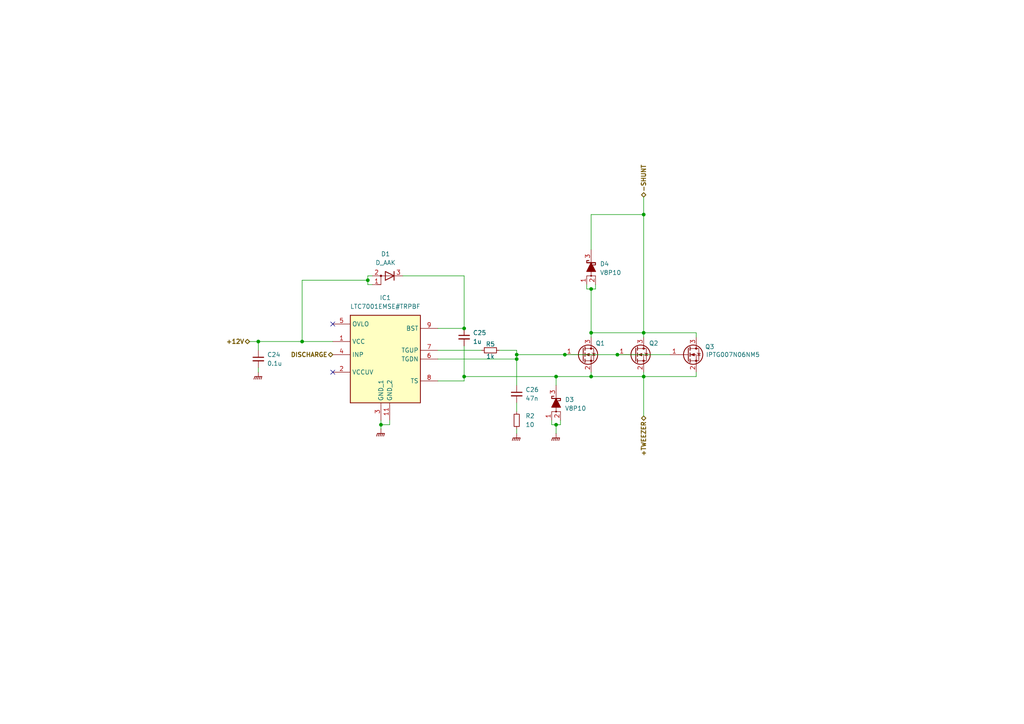
<source format=kicad_sch>
(kicad_sch (version 20231120) (generator "eeschema") (generator_version "8.0")
  (paper "A4")
  (lib_symbols
    (symbol "Device:C_Small" (pin_numbers hide) (pin_names (offset 0.254) hide)
      (property "Reference" "C" (at 0.254 1.778 0))
      (property "Value" "C_Small" (at 0.254 -2.032 0))
      (symbol "C_Small_0_1"
        (polyline (pts (xy -1.524 -0.508) (xy 1.524 -0.508)) (stroke (width 0.3302)))
        (polyline (pts (xy -1.524 0.508) (xy 1.524 0.508)) (stroke (width 0.3048)))
      )
      (symbol "C_Small_1_1"
        (pin passive line (at 0 2.54 270) (length 2.032) (name "~") (number "1"))
        (pin passive line (at 0 -2.54 90) (length 2.032) (name "~") (number "2"))
      )
    )
    (symbol "Device:D_AAK" (pin_names (offset 0) hide)
      (property "Reference" "D" (at 0 2.54 0))
      (property "Value" "D_AAK" (at 0 -2.54 0))
      (symbol "D_AAK_0_1"
        (polyline (pts (xy -1.27 1.27) (xy -1.27 -1.27)) (stroke (width 0.254)))
        (polyline (pts (xy 1.27 1.27) (xy 1.27 -1.27) (xy -1.27 0) (xy 1.27 1.27)) (stroke (width 0.254)))
        (polyline (pts (xy 3.81 2.54) (xy 2.54 2.54) (xy 2.54 0) (xy -1.27 0)))
        (circle (center 2.54 0) (radius 0.254) (fill (type outline)))
      )
      (symbol "D_AAK_1_1"
        (pin passive line (at 5.08 2.54 180) (length 2.54) (name "A") (number "1"))
        (pin passive line (at 5.08 0 180) (length 2.54) (name "A") (number "2"))
        (pin passive line (at -3.81 0 0) (length 2.54) (name "K") (number "3"))
      )
    )
    (symbol "Device:R_Small" (pin_numbers hide) (pin_names (offset 0.254) hide)
      (property "Reference" "R" (at 0.762 0.508 0))
      (property "Value" "R_Small" (at 0.762 -1.016 0))
      (symbol "R_Small_0_1"
        (rectangle (start -0.762 1.778) (end 0.762 -1.778) (stroke (width 0.2032)))
      )
      (symbol "R_Small_1_1"
        (pin passive line (at 0 2.54 270) (length 0.762) (name "~") (number "1"))
        (pin passive line (at 0 -2.54 90) (length 0.762) (name "~") (number "2"))
      )
    )
    (symbol "HAVENS_Lib:LTC7001EMSE#TRPBF"
      (property "Reference" "IC1" (at 15.24 7.62 0))
      (property "Value" "LTC7001EMSE#TRPBF" (at 15.24 5.08 0))
      (symbol "LTC7001EMSE#TRPBF_1_1"
        (rectangle (start 5.08 2.54) (end 25.4 -22.86) (stroke (width 0.254)) (fill (type background)))
        (pin passive line (at 0 -5.08 0) (length 5.08) (name "VCC") (number "1"))
        (pin no_connect line (at 30.48 0 180) (length 5.08) hide (name "NC") (number "10"))
        (pin passive line (at 16.51 -27.94 90) (length 5.08) (name "GND_2") (number "11"))
        (pin passive line (at 0 -13.97 0) (length 5.08) (name "VCCUV") (number "2"))
        (pin passive line (at 13.97 -27.94 90) (length 5.08) (name "GND_1") (number "3"))
        (pin passive line (at 0 -8.89 0) (length 5.08) (name "INP") (number "4"))
        (pin passive line (at 0 0 0) (length 5.08) (name "OVLO") (number "5"))
        (pin passive line (at 30.48 -10.16 180) (length 5.08) (name "TGDN") (number "6"))
        (pin passive line (at 30.48 -7.62 180) (length 5.08) (name "TGUP") (number "7"))
        (pin passive line (at 30.48 -16.51 180) (length 5.08) (name "TS") (number "8"))
        (pin passive line (at 30.48 -1.27 180) (length 5.08) (name "BST") (number "9"))
      )
    )
    (symbol "PCM_Diode_Schottky_AKL:D_Schottky_Generic_AAK" (pin_names (offset 1.016) hide)
      (property "Reference" "D" (at 0 7.62 0))
      (property "Value" "D_Schottky_Generic_AAK" (at 0 5.08 0))
      (symbol "D_Schottky_Generic_AAK_0_1"
        (circle (center -2.54 0) (radius 0.1778) (fill (type outline)))
        (polyline (pts (xy -2.54 1.27) (xy -2.54 -1.27)))
        (polyline (pts (xy -1.27 0) (xy -2.54 0)))
        (polyline (pts (xy -1.27 0) (xy 1.27 0)))
        (polyline (pts (xy 1.27 -1.27) (xy 1.27 1.27)) (stroke (width 0.254)))
        (polyline (pts (xy -1.27 -1.27) (xy -1.27 1.27) (xy 1.27 0) (xy -1.27 -1.27)) (stroke (width 0.254)) (fill (type outline)))
      )
      (symbol "D_Schottky_Generic_AAK_1_1"
        (polyline (pts (xy 0.635 -0.635) (xy 0.635 -1.27) (xy 1.27 -1.27) (xy 1.27 1.27) (xy 1.905 1.27) (xy 1.905 0.635)) (stroke (width 0.254)))
        (pin passive line (at -5.08 1.27 0) (length 2.54) (name "A") (number "1"))
        (pin passive line (at -5.08 -1.27 0) (length 2.54) (name "A") (number "2"))
        (pin passive line (at 5.08 0 180) (length 3.8354) (name "K") (number "3"))
      )
    )
    (symbol "Transistor_FET:IPT015N10N5" (pin_names hide)
      (property "Reference" "Q" (at 5.08 1.905 0))
      (property "Value" "IPT015N10N5" (at 5.08 0 0))
      (symbol "IPT015N10N5_0_1"
        (polyline (pts (xy 0.254 0) (xy -2.54 0)))
        (polyline (pts (xy 0.254 1.905) (xy 0.254 -1.905)) (stroke (width 0.254)))
        (polyline (pts (xy 0.762 -1.27) (xy 0.762 -2.286)) (stroke (width 0.254)))
        (polyline (pts (xy 0.762 0.508) (xy 0.762 -0.508)) (stroke (width 0.254)))
        (polyline (pts (xy 0.762 2.286) (xy 0.762 1.27)) (stroke (width 0.254)))
        (polyline (pts (xy 2.54 2.54) (xy 2.54 1.778)))
        (polyline (pts (xy 2.54 -2.54) (xy 2.54 0) (xy 0.762 0)))
        (polyline (pts (xy 0.762 -1.778) (xy 3.302 -1.778) (xy 3.302 1.778) (xy 0.762 1.778)))
        (polyline (pts (xy 1.016 0) (xy 2.032 0.381) (xy 2.032 -0.381) (xy 1.016 0)) (fill (type outline)))
        (polyline (pts (xy 2.794 0.508) (xy 2.921 0.381) (xy 3.683 0.381) (xy 3.81 0.254)))
        (polyline (pts (xy 3.302 0.381) (xy 2.921 -0.254) (xy 3.683 -0.254) (xy 3.302 0.381)))
        (circle (center 1.651 0) (radius 2.794) (stroke (width 0.254)))
        (circle (center 2.54 -1.778) (radius 0.254) (fill (type outline)))
        (circle (center 2.54 1.778) (radius 0.254) (fill (type outline)))
      )
      (symbol "IPT015N10N5_1_1"
        (pin input line (at -5.08 0 0) (length 2.54) (name "G") (number "1"))
        (pin passive line (at 2.54 -5.08 90) (length 2.54) (name "S") (number "2"))
        (pin passive line (at 2.54 5.08 270) (length 2.54) (name "D") (number "3"))
      )
    )
    (symbol "power:GNDPWR" (power) (pin_numbers hide) (pin_names (offset 0) hide)
      (property "Value" "GNDPWR" (at 0 -3.302 0))
      (symbol "GNDPWR_0_1"
        (polyline (pts (xy 0 -1.27) (xy 0 0)))
        (polyline (pts (xy -1.016 -1.27) (xy -1.27 -2.032) (xy -1.27 -2.032)) (stroke (width 0.2032)))
        (polyline (pts (xy -0.508 -1.27) (xy -0.762 -2.032) (xy -0.762 -2.032)) (stroke (width 0.2032)))
        (polyline (pts (xy 0 -1.27) (xy -0.254 -2.032) (xy -0.254 -2.032)) (stroke (width 0.2032)))
        (polyline (pts (xy 0.508 -1.27) (xy 0.254 -2.032) (xy 0.254 -2.032)) (stroke (width 0.2032)))
        (polyline (pts (xy 1.016 -1.27) (xy -1.016 -1.27) (xy -1.016 -1.27)) (stroke (width 0.2032)))
        (polyline (pts (xy 1.016 -1.27) (xy 0.762 -2.032) (xy 0.762 -2.032) (xy 0.762 -2.032)) (stroke (width 0.2032)))
      )
      (symbol "GNDPWR_1_1"
        (pin power_in line (at 0 0 270) (length 0) (name "~") (number "1"))
      )
    )
  )
  (junction (at 179.07 102.87))
  (junction (at 161.29 123.19))
  (junction (at 110.49 123.19))
  (junction (at 106.68 81.28))
  (junction (at 149.86 102.87))
  (junction (at 87.63 99.06))
  (junction (at 134.62 109.22))
  (junction (at 134.62 95.25))
  (junction (at 74.93 99.06))
  (junction (at 171.45 109.22))
  (junction (at 186.69 62.23))
  (junction (at 186.69 109.22))
  (junction (at 171.45 96.52))
  (junction (at 149.86 104.14))
  (junction (at 186.69 96.52))
  (junction (at 161.29 109.22))
  (junction (at 171.45 83.82))
  (junction (at 163.83 102.87))
  (no_connect (at 96.52 93.98))
  (no_connect (at 96.52 107.95))
  (wire (pts (xy 134.62 109.22) (xy 161.29 109.22)))
  (wire (pts (xy 186.69 109.22) (xy 186.69 120.65)))
  (wire (pts (xy 161.29 109.22) (xy 161.29 111.76)))
  (wire (pts (xy 162.56 123.19) (xy 162.56 121.92)))
  (wire (pts (xy 110.49 124.46) (xy 110.49 123.19)))
  (wire (pts (xy 149.86 102.87) (xy 149.86 104.14)))
  (wire (pts (xy 74.93 107.95) (xy 74.93 106.68)))
  (wire (pts (xy 201.93 96.52) (xy 201.93 97.79)))
  (wire (pts (xy 87.63 81.28) (xy 106.68 81.28)))
  (wire (pts (xy 171.45 97.79) (xy 171.45 96.52)))
  (wire (pts (xy 72.39 99.06) (xy 74.93 99.06)))
  (wire (pts (xy 186.69 109.22) (xy 171.45 109.22)))
  (wire (pts (xy 87.63 81.28) (xy 87.63 99.06)))
  (wire (pts (xy 134.62 80.01) (xy 134.62 95.25)))
  (wire (pts (xy 149.86 111.76) (xy 149.86 104.14)))
  (wire (pts (xy 171.45 83.82) (xy 172.72 83.82)))
  (wire (pts (xy 134.62 109.22) (xy 134.62 110.49)))
  (wire (pts (xy 106.68 80.01) (xy 107.95 80.01)))
  (wire (pts (xy 161.29 123.19) (xy 162.56 123.19)))
  (wire (pts (xy 171.45 83.82) (xy 171.45 96.52)))
  (wire (pts (xy 163.83 102.87) (xy 179.07 102.87)))
  (wire (pts (xy 171.45 109.22) (xy 171.45 107.95)))
  (wire (pts (xy 186.69 107.95) (xy 186.69 109.22)))
  (wire (pts (xy 127 101.6) (xy 139.7 101.6)))
  (wire (pts (xy 110.49 123.19) (xy 113.03 123.19)))
  (wire (pts (xy 171.45 72.39) (xy 171.45 62.23)))
  (wire (pts (xy 171.45 96.52) (xy 186.69 96.52)))
  (wire (pts (xy 110.49 121.92) (xy 110.49 123.19)))
  (wire (pts (xy 113.03 121.92) (xy 113.03 123.19)))
  (wire (pts (xy 186.69 109.22) (xy 201.93 109.22)))
  (wire (pts (xy 201.93 107.95) (xy 201.93 109.22)))
  (wire (pts (xy 144.78 101.6) (xy 149.86 101.6)))
  (wire (pts (xy 134.62 100.33) (xy 134.62 109.22)))
  (wire (pts (xy 149.86 101.6) (xy 149.86 102.87)))
  (wire (pts (xy 171.45 62.23) (xy 186.69 62.23)))
  (wire (pts (xy 127 110.49) (xy 134.62 110.49)))
  (wire (pts (xy 161.29 123.19) (xy 161.29 125.73)))
  (wire (pts (xy 186.69 62.23) (xy 186.69 96.52)))
  (wire (pts (xy 149.86 102.87) (xy 163.83 102.87)))
  (wire (pts (xy 106.68 81.28) (xy 106.68 82.55)))
  (wire (pts (xy 179.07 102.87) (xy 194.31 102.87)))
  (wire (pts (xy 74.93 99.06) (xy 87.63 99.06)))
  (wire (pts (xy 149.86 124.46) (xy 149.86 125.73)))
  (wire (pts (xy 116.84 80.01) (xy 134.62 80.01)))
  (wire (pts (xy 87.63 99.06) (xy 96.52 99.06)))
  (wire (pts (xy 149.86 116.84) (xy 149.86 119.38)))
  (wire (pts (xy 127 95.25) (xy 134.62 95.25)))
  (wire (pts (xy 160.02 121.92) (xy 160.02 123.19)))
  (wire (pts (xy 186.69 96.52) (xy 186.69 97.79)))
  (wire (pts (xy 161.29 109.22) (xy 171.45 109.22)))
  (wire (pts (xy 149.86 104.14) (xy 127 104.14)))
  (wire (pts (xy 170.18 83.82) (xy 171.45 83.82)))
  (wire (pts (xy 186.69 96.52) (xy 201.93 96.52)))
  (wire (pts (xy 186.69 57.15) (xy 186.69 62.23)))
  (wire (pts (xy 106.68 81.28) (xy 106.68 80.01)))
  (wire (pts (xy 172.72 83.82) (xy 172.72 82.55)))
  (wire (pts (xy 160.02 123.19) (xy 161.29 123.19)))
  (wire (pts (xy 74.93 99.06) (xy 74.93 101.6)))
  (wire (pts (xy 170.18 82.55) (xy 170.18 83.82)))
  (wire (pts (xy 106.68 82.55) (xy 107.95 82.55)))
  (hierarchical_label "+TWEEZER" (shape bidirectional) (at 186.69 120.65 270) (effects (font (bold yes))))
  (hierarchical_label "DISCHARGE" (shape bidirectional) (at 96.52 102.87 180) (effects (font (bold yes))))
  (hierarchical_label "+12V" (shape bidirectional) (at 72.39 99.06 180) (effects (font (bold yes))))
  (hierarchical_label "-SHUNT" (shape bidirectional) (at 186.69 57.15 90) (effects (font (bold yes))))
  (symbol (lib_id "power:GNDPWR") (at 74.93 107.95 0) (unit 1)
    (property "Reference" "#PWR03" (effects (hide yes)))
    (property "Value" "GNDPWR" (effects (hide yes)))
    (property "Description" "Power symbol creates a global label with name \"GNDPWR\" , global ground" (effects (hide yes)))
  )
  (symbol (lib_id "Device:C_Small") (at 134.62 97.79 0) (unit 1)
    (property "Reference" "C25" (at 137.16 96.5262 0) (effects (justify left)))
    (property "Value" "1u" (at 137.16 99.0662 0) (effects (justify left)))
    (property "Description" "Unpolarized capacitor, small symbol" (effects (hide yes)))
  )
  (symbol (lib_id "Device:D_AAK") (at 113.03 80.01 180) (unit 1)
    (property "Reference" "D1" (at 111.8235 73.66 0))
    (property "Value" "D_AAK" (at 111.8235 76.2 0))
    (property "Footprint" "Package_TO_SOT_SMD:SOT-23-3" (effects (hide yes)))
    (property "Description" "Diode, anode on pins 1 and 2" (effects (hide yes)))
  )
  (symbol (lib_id "Transistor_FET:IPT015N10N5") (at 199.39 102.87 0) (unit 1)
    (property "Reference" "Q3" (at 204.47 100.584 0) (effects (justify left)))
    (property "Value" "IPTG007N06NM5" (at 204.724 102.87 0) (effects (justify left)))
    (property "Footprint" "Package_TO_SOT_SMD:Infineon_PG-HSOF-8-1_ThermalVias" (effects (hide yes)))
    (property "Datasheet" "http://www.infineon.com/dgdl/Infineon-IPT015N10N5-DS-v02_01-EN.pdf?fileId=5546d4624a75e5f1014ac94680661aff" (effects (hide yes)))
    (property "Description" "300A Id, 100V Vds, OptiMOS N-Channel Power MOSFET, 1.5mOhm Ron, Qg (typ) 169.0nC, PG-HSOF-8" (effects (hide yes)))
  )
  (symbol (lib_id "power:GNDPWR") (at 161.29 125.73 0) (unit 1)
    (property "Reference" "#PWR05" (effects (hide yes)))
    (property "Value" "GNDPWR" (effects (hide yes)))
    (property "Description" "Power symbol creates a global label with name \"GNDPWR\" , global ground" (effects (hide yes)))
  )
  (symbol (lib_id "Device:R_Small") (at 149.86 121.92 0) (unit 1)
    (property "Reference" "R2" (at 152.4 120.6499 0) (effects (justify left)))
    (property "Value" "10" (at 152.4 123.1899 0) (effects (justify left)))
    (property "Description" "Resistor, small symbol" (effects (hide yes)))
  )
  (symbol (lib_id "HAVENS_Lib:LTC7001EMSE#TRPBF") (at 96.52 93.98 0) (unit 1)
    (property "Reference" "IC1" (at 111.76 86.36 0))
    (property "Value" "LTC7001EMSE#TRPBF" (at 111.76 88.9 0))
    (property "Footprint" "SOP50P490X110-11N" (effects (hide yes)))
    (property "Datasheet" "https://www.analog.com/media/en/technical-documentation/data-sheets/ltc7001.pdf" (effects (hide yes)))
    (property "Description" "Gate Drivers Fast 150V High Side NMOS Static Switch Driver" (effects (hide yes)))
    (property "Height" "1.1" (effects (hide yes)))
    (property "Mouser Part Number" "584-7001EMSETRPBF" (effects (hide yes)))
    (property "Mouser Price/Stock" "https://www.mouser.co.uk/ProductDetail/Analog-Devices/LTC7001EMSETRPBF?qs=BZBei1rCqCA9TIuicvBnQQ%3D%3D" (effects (hide yes)))
    (property "Manufacturer_Name" "Analog Devices" (effects (hide yes)))
    (property "Manufacturer_Part_Number" "LTC7001EMSE#TRPBF" (effects (hide yes)))
  )
  (symbol (lib_id "Transistor_FET:IPT015N10N5") (at 184.15 102.87 0) (unit 1)
    (property "Reference" "Q2" (at 188.214 99.568 0) (effects (justify left)))
    (property "Value" "IPTG007N06NM5" (effects (hide yes)))
    (property "Footprint" "Package_TO_SOT_SMD:Infineon_PG-HSOF-8-1_ThermalVias" (effects (hide yes)))
    (property "Datasheet" "http://www.infineon.com/dgdl/Infineon-IPT015N10N5-DS-v02_01-EN.pdf?fileId=5546d4624a75e5f1014ac94680661aff" (effects (hide yes)))
    (property "Description" "300A Id, 100V Vds, OptiMOS N-Channel Power MOSFET, 1.5mOhm Ron, Qg (typ) 169.0nC, PG-HSOF-8" (effects (hide yes)))
  )
  (symbol (lib_id "power:GNDPWR") (at 149.86 125.73 0) (unit 1)
    (property "Reference" "#PWR04" (effects (hide yes)))
    (property "Value" "GNDPWR" (effects (hide yes)))
    (property "Description" "Power symbol creates a global label with name \"GNDPWR\" , global ground" (effects (hide yes)))
  )
  (symbol (lib_id "power:GNDPWR") (at 110.49 124.46 0) (unit 1)
    (property "Reference" "#PWR02" (effects (hide yes)))
    (property "Value" "GNDPWR" (effects (hide yes)))
    (property "Description" "Power symbol creates a global label with name \"GNDPWR\" , global ground" (effects (hide yes)))
  )
  (symbol (lib_id "Transistor_FET:IPT015N10N5") (at 168.91 102.87 0) (unit 1)
    (property "Reference" "Q1" (at 172.72 99.568 0) (effects (justify left)))
    (property "Value" "IPTG007N06NM5" (effects (hide yes)))
    (property "Footprint" "Package_TO_SOT_SMD:Infineon_PG-HSOF-8-1_ThermalVias" (effects (hide yes)))
    (property "Datasheet" "http://www.infineon.com/dgdl/Infineon-IPT015N10N5-DS-v02_01-EN.pdf?fileId=5546d4624a75e5f1014ac94680661aff" (effects (hide yes)))
    (property "Description" "300A Id, 100V Vds, OptiMOS N-Channel Power MOSFET, 1.5mOhm Ron, Qg (typ) 169.0nC, PG-HSOF-8" (effects (hide yes)))
  )
  (symbol (lib_id "Device:C_Small") (at 149.86 114.3 0) (unit 1)
    (property "Reference" "C26" (at 152.4 113.0362 0) (effects (justify left)))
    (property "Value" "47n" (at 152.4 115.5762 0) (effects (justify left)))
    (property "Description" "Unpolarized capacitor, small symbol" (effects (hide yes)))
  )
  (symbol (lib_id "Device:R_Small") (at 142.24 101.6 90) (unit 1)
    (property "Reference" "R5" (at 142.24 99.822 90))
    (property "Value" "1k" (at 142.24 103.378 90))
    (property "Description" "Resistor, small symbol" (effects (hide yes)))
  )
  (symbol (lib_id "Device:C_Small") (at 74.93 104.14 0) (unit 1)
    (property "Reference" "C24" (at 77.47 102.8762 0) (effects (justify left)))
    (property "Value" "0.1u" (at 77.47 105.4162 0) (effects (justify left)))
    (property "Description" "Unpolarized capacitor, small symbol" (effects (hide yes)))
  )
  (symbol (lib_id "PCM_Diode_Schottky_AKL:D_Schottky_Generic_AAK") (at 171.45 77.47 90) (unit 1)
    (property "Reference" "D4" (at 173.99 76.5428 90) (effects (justify right)))
    (property "Value" "V8P10" (at 173.99 79.0828 90) (effects (justify right)))
    (property "Footprint" "Package_TO_SOT_SMD:TO-277A" (effects (hide yes)))
    (property "Description" "Schottky diode, Generic Symbol, Alternate KiCAD Library" (effects (hide yes)))
  )
  (symbol (lib_id "PCM_Diode_Schottky_AKL:D_Schottky_Generic_AAK") (at 161.29 116.84 90) (unit 1)
    (property "Reference" "D3" (at 163.83 115.9128 90) (effects (justify right)))
    (property "Value" "V8P10" (at 163.83 118.4528 90) (effects (justify right)))
    (property "Footprint" "Package_TO_SOT_SMD:TO-277A" (effects (hide yes)))
    (property "Description" "Schottky diode, Generic Symbol, Alternate KiCAD Library" (effects (hide yes)))
  )
)
</source>
